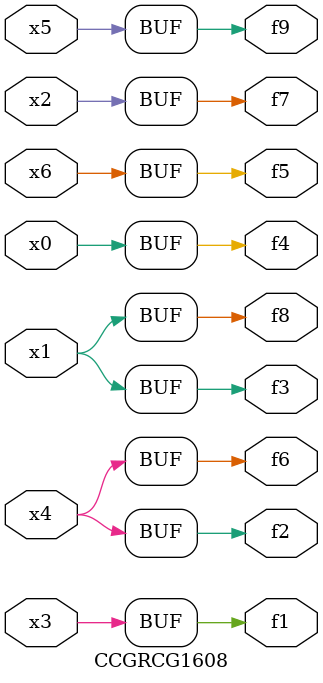
<source format=v>
module CCGRCG1608(
	input x0, x1, x2, x3, x4, x5, x6,
	output f1, f2, f3, f4, f5, f6, f7, f8, f9
);
	assign f1 = x3;
	assign f2 = x4;
	assign f3 = x1;
	assign f4 = x0;
	assign f5 = x6;
	assign f6 = x4;
	assign f7 = x2;
	assign f8 = x1;
	assign f9 = x5;
endmodule

</source>
